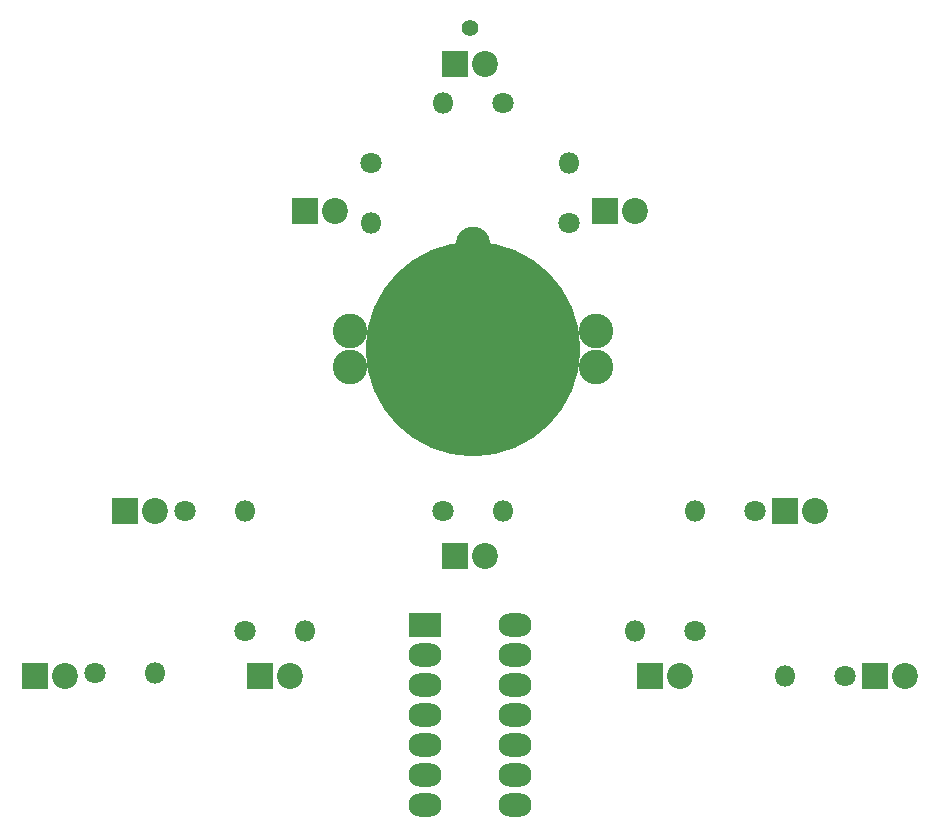
<source format=gbr>
G04 #@! TF.GenerationSoftware,KiCad,Pcbnew,(5.0.0)*
G04 #@! TF.CreationDate,2018-12-05T15:31:39-05:00*
G04 #@! TF.ProjectId,Christmas Ornament,4368726973746D6173204F726E616D65,rev?*
G04 #@! TF.SameCoordinates,Original*
G04 #@! TF.FileFunction,Soldermask,Bot*
G04 #@! TF.FilePolarity,Negative*
%FSLAX46Y46*%
G04 Gerber Fmt 4.6, Leading zero omitted, Abs format (unit mm)*
G04 Created by KiCad (PCBNEW (5.0.0)) date 12/05/18 15:31:39*
%MOMM*%
%LPD*%
G01*
G04 APERTURE LIST*
%ADD10C,1.416000*%
%ADD11C,2.940000*%
%ADD12C,18.180000*%
%ADD13O,2.800000X2.000000*%
%ADD14R,2.800000X2.000000*%
%ADD15C,2.200000*%
%ADD16R,2.200000X2.200000*%
%ADD17O,1.800000X1.800000*%
%ADD18C,1.800000*%
G04 APERTURE END LIST*
D10*
G04 #@! TO.C,MK101*
X222250000Y-83566000D03*
G04 #@! TD*
D11*
G04 #@! TO.C,BT101*
X232918000Y-109220000D03*
X232918000Y-112268000D03*
X212090000Y-109220000D03*
X212090000Y-112268000D03*
D12*
X222504000Y-110744000D03*
D11*
X222504000Y-101854000D03*
G04 #@! TD*
D13*
G04 #@! TO.C,U101*
X226060000Y-134112000D03*
X218440000Y-149352000D03*
X226060000Y-136652000D03*
X218440000Y-146812000D03*
X226060000Y-139192000D03*
X218440000Y-144272000D03*
X226060000Y-141732000D03*
X218440000Y-141732000D03*
X226060000Y-144272000D03*
X218440000Y-139192000D03*
X226060000Y-146812000D03*
X218440000Y-136652000D03*
X226060000Y-149352000D03*
D14*
X218440000Y-134112000D03*
G04 #@! TD*
D15*
G04 #@! TO.C,D101*
X210820000Y-99060000D03*
D16*
X208280000Y-99060000D03*
G04 #@! TD*
G04 #@! TO.C,D103*
X193040000Y-124460000D03*
D15*
X195580000Y-124460000D03*
G04 #@! TD*
G04 #@! TO.C,D104*
X223520000Y-128270000D03*
D16*
X220980000Y-128270000D03*
G04 #@! TD*
G04 #@! TO.C,D105*
X248920000Y-124460000D03*
D15*
X251460000Y-124460000D03*
G04 #@! TD*
G04 #@! TO.C,D106*
X223520000Y-86614000D03*
D16*
X220980000Y-86614000D03*
G04 #@! TD*
G04 #@! TO.C,D107*
X185420000Y-138430000D03*
D15*
X187960000Y-138430000D03*
G04 #@! TD*
G04 #@! TO.C,D108*
X207010000Y-138430000D03*
D16*
X204470000Y-138430000D03*
G04 #@! TD*
G04 #@! TO.C,D109*
X237490000Y-138430000D03*
D15*
X240030000Y-138430000D03*
G04 #@! TD*
G04 #@! TO.C,D110*
X259080000Y-138430000D03*
D16*
X256540000Y-138430000D03*
G04 #@! TD*
D15*
G04 #@! TO.C,D102*
X236220000Y-99060000D03*
D16*
X233680000Y-99060000D03*
G04 #@! TD*
D17*
G04 #@! TO.C,R101*
X213868000Y-100076000D03*
D18*
X213868000Y-94996000D03*
G04 #@! TD*
G04 #@! TO.C,R102*
X230632000Y-100076000D03*
D17*
X230632000Y-94996000D03*
G04 #@! TD*
G04 #@! TO.C,R103*
X203200000Y-124460000D03*
D18*
X198120000Y-124460000D03*
G04 #@! TD*
G04 #@! TO.C,R104*
X219964000Y-124460000D03*
D17*
X225044000Y-124460000D03*
G04 #@! TD*
G04 #@! TO.C,R105*
X241300000Y-124460000D03*
D18*
X246380000Y-124460000D03*
G04 #@! TD*
G04 #@! TO.C,R106*
X225044000Y-89916000D03*
D17*
X219964000Y-89916000D03*
G04 #@! TD*
G04 #@! TO.C,R107*
X195580000Y-138176000D03*
D18*
X190500000Y-138176000D03*
G04 #@! TD*
G04 #@! TO.C,R108*
X203200000Y-134620000D03*
D17*
X208280000Y-134620000D03*
G04 #@! TD*
G04 #@! TO.C,R109*
X236220000Y-134620000D03*
D18*
X241300000Y-134620000D03*
G04 #@! TD*
G04 #@! TO.C,R110*
X254000000Y-138430000D03*
D17*
X248920000Y-138430000D03*
G04 #@! TD*
M02*

</source>
